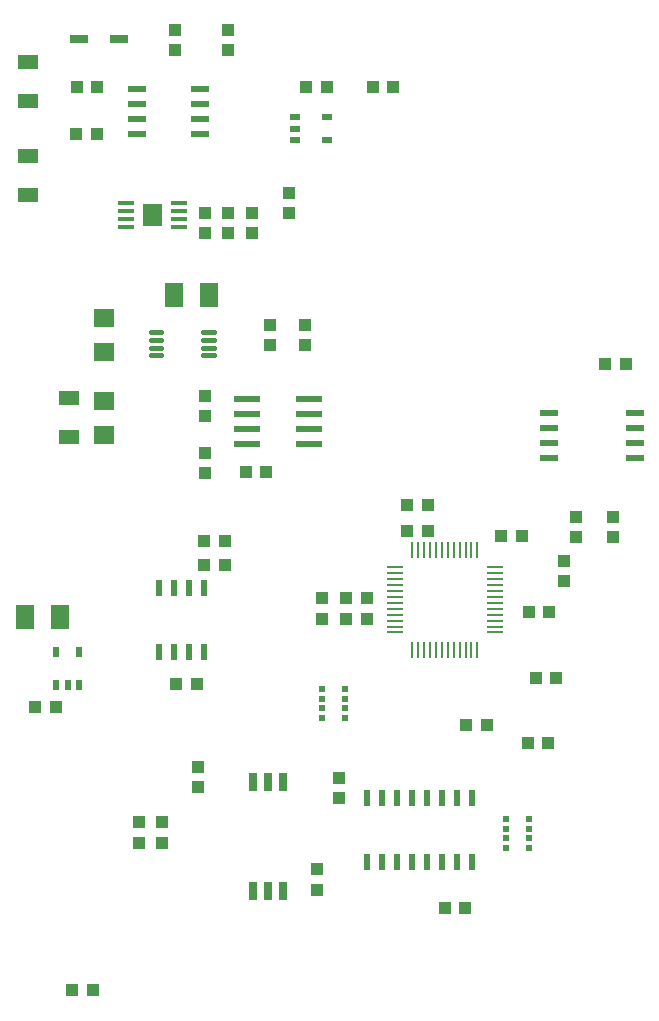
<source format=gbr>
G04 EAGLE Gerber X2 export*
%TF.Part,Single*%
%TF.FileFunction,Paste,Top*%
%TF.FilePolarity,Positive*%
%TF.GenerationSoftware,Autodesk,EAGLE,9.3.1*%
%TF.CreationDate,2020-03-19T14:02:17Z*%
G75*
%MOMM*%
%FSLAX36Y36*%
%LPD*%
%INSolderpaste Top*%
%AMOC8*
5,1,8,0,0,1.08239X$1,22.5*%
G01*
%ADD10R,1.050000X1.080000*%
%ADD11R,1.080000X1.050000*%
%ADD12R,1.500000X2.000000*%
%ADD13R,1.538200X0.568000*%
%ADD14R,1.600000X0.800000*%
%ADD15R,2.200000X0.600000*%
%ADD16R,0.650000X1.650000*%
%ADD17R,1.100000X1.000000*%
%ADD18R,1.000000X1.100000*%
%ADD19R,0.608600X0.469600*%
%ADD20R,1.462000X0.239400*%
%ADD21R,0.239400X1.462000*%
%ADD22R,0.468000X0.972300*%
%ADD23R,0.568000X1.454900*%
%ADD24C,0.450000*%
%ADD25R,1.327900X0.441000*%
%ADD26R,1.512800X0.542600*%
%ADD27R,0.972300X0.468000*%
%ADD28R,1.800000X1.200000*%
%ADD29R,1.803000X1.600000*%

G36*
X14365169Y70222372D02*
X14365169Y70222372D01*
X14365344Y70222303D01*
X14369722Y70224294D01*
X14374100Y70226144D01*
X14374169Y70226316D01*
X14374338Y70226394D01*
X14377700Y70235000D01*
X14377700Y72125000D01*
X14377628Y72125169D01*
X14377697Y72125344D01*
X14375706Y72129722D01*
X14373856Y72134100D01*
X14373684Y72134169D01*
X14373606Y72134338D01*
X14365000Y72137700D01*
X12795000Y72137700D01*
X12794831Y72137628D01*
X12794656Y72137697D01*
X12790278Y72135706D01*
X12785900Y72133856D01*
X12785831Y72133684D01*
X12785663Y72133606D01*
X12782300Y72125000D01*
X12782300Y70235000D01*
X12782372Y70234831D01*
X12782303Y70234656D01*
X12784294Y70230278D01*
X12786144Y70225900D01*
X12786316Y70225831D01*
X12786394Y70225663D01*
X12795000Y70222300D01*
X14365000Y70222300D01*
X14365169Y70222372D01*
G37*
D10*
X35115000Y44460000D03*
X36865000Y44460000D03*
D11*
X27940000Y38721000D03*
X27940000Y36971000D03*
X29960000Y38719000D03*
X29960000Y36969000D03*
X31750000Y38721000D03*
X31750000Y36971000D03*
D10*
X21455000Y49460000D03*
X23205000Y49460000D03*
D12*
X18380000Y64400000D03*
X15380000Y64400000D03*
D10*
X53625000Y58540000D03*
X51875000Y58540000D03*
D11*
X27540000Y14033000D03*
X27540000Y15783000D03*
X29333000Y23539000D03*
X29333000Y21789000D03*
D12*
X5745000Y37107000D03*
X2745000Y37107000D03*
D10*
X17944000Y43580000D03*
X19694000Y43580000D03*
X17955000Y41540000D03*
X19705000Y41540000D03*
X15555000Y31460000D03*
X17305000Y31460000D03*
X8525000Y5540000D03*
X6775000Y5540000D03*
D11*
X12463000Y19785000D03*
X12463000Y18035000D03*
X14361000Y19788000D03*
X14361000Y18038000D03*
D10*
X35125000Y46627000D03*
X36875000Y46627000D03*
D13*
X12260300Y81885000D03*
X12260300Y80615000D03*
X12260300Y79345000D03*
X12260300Y78075000D03*
X17619700Y78075000D03*
X17619700Y79345000D03*
X17619700Y80615000D03*
X17619700Y81885000D03*
D14*
X7351000Y86094000D03*
X10751000Y86094000D03*
D15*
X26790000Y53095000D03*
X21590000Y53095000D03*
X26790000Y51825000D03*
X26790000Y54365000D03*
X26790000Y55635000D03*
X21590000Y51825000D03*
X21590000Y54365000D03*
X21590000Y55635000D03*
D16*
X24639000Y23217000D03*
X23369000Y23217000D03*
X22099000Y23217000D03*
X22099000Y13917000D03*
X23369000Y13917000D03*
X24639000Y13917000D03*
D17*
X48450000Y41890000D03*
X48450000Y40190000D03*
X49403000Y45580000D03*
X49403000Y43880000D03*
X52597000Y43886000D03*
X52597000Y45586000D03*
D18*
X46046000Y31980000D03*
X47746000Y31980000D03*
X45480000Y37530000D03*
X47180000Y37530000D03*
X47100000Y26470000D03*
X45400000Y26470000D03*
X38320000Y12530000D03*
X40020000Y12530000D03*
D17*
X17470000Y22740000D03*
X17470000Y24440000D03*
D19*
X43527200Y20018200D03*
X43527200Y19205400D03*
X43527200Y18392600D03*
X43527200Y17579800D03*
X45418800Y17579800D03*
X45418800Y18392600D03*
X45418800Y19205400D03*
X45418800Y20018200D03*
X29855800Y28600800D03*
X29855800Y29413600D03*
X29855800Y30226400D03*
X29855800Y31039200D03*
X27964200Y31039200D03*
X27964200Y30226400D03*
X27964200Y29413600D03*
X27964200Y28600800D03*
D18*
X32235163Y82030000D03*
X33935163Y82030000D03*
D20*
X34113600Y41340000D03*
X34113600Y40840000D03*
X34113600Y40340000D03*
X34113600Y39840000D03*
X34113600Y39340000D03*
X34113600Y38840000D03*
X34113600Y38340000D03*
X34113600Y37840000D03*
X34113600Y37340000D03*
X34113600Y36840000D03*
X34113600Y36340000D03*
X34113600Y35840000D03*
D21*
X35580000Y34373600D03*
X36080000Y34373600D03*
X36580000Y34373600D03*
X37080000Y34373600D03*
X37580000Y34373600D03*
X38080000Y34373600D03*
X38580000Y34373600D03*
X39080000Y34373600D03*
X39580000Y34373600D03*
X40080000Y34373600D03*
X40580000Y34373600D03*
X41080000Y34373600D03*
D20*
X42546400Y35840000D03*
X42546400Y36340000D03*
X42546400Y36840000D03*
X42546400Y37340000D03*
X42546400Y37840000D03*
X42546400Y38340000D03*
X42546400Y38840000D03*
X42546400Y39340000D03*
X42546400Y39840000D03*
X42546400Y40340000D03*
X42546400Y40840000D03*
X42546400Y41340000D03*
D21*
X41080000Y42806400D03*
X40580000Y42806400D03*
X40080000Y42806400D03*
X39580000Y42806400D03*
X39080000Y42806400D03*
X38580000Y42806400D03*
X38080000Y42806400D03*
X37580000Y42806400D03*
X37080000Y42806400D03*
X36580000Y42806400D03*
X36080000Y42806400D03*
X35580000Y42806400D03*
D22*
X5440000Y31427550D03*
X6390000Y31427550D03*
X7340000Y31427550D03*
X7340000Y34152450D03*
X5440000Y34152450D03*
D23*
X14115000Y34148653D03*
X15385000Y34148653D03*
X16655000Y34148653D03*
X17925000Y34148653D03*
X17925000Y39591347D03*
X16655000Y39591347D03*
X15385000Y39591347D03*
X14115000Y39591347D03*
D24*
X14315000Y61245000D02*
X13415000Y61245000D01*
X13415000Y60594997D02*
X14315000Y60594997D01*
X14315000Y59945000D02*
X13415000Y59945000D01*
X13415000Y59294997D02*
X14315000Y59294997D01*
X17865003Y59294997D02*
X18765003Y59294997D01*
X18765003Y59945000D02*
X17865003Y59945000D01*
X17865003Y60594997D02*
X18765003Y60594997D01*
X18765003Y61245000D02*
X17865003Y61245000D01*
D25*
X11366653Y72155000D03*
X11366653Y71505000D03*
X11366653Y70855000D03*
X11366653Y70205000D03*
X15793347Y70205000D03*
X15793347Y70855000D03*
X15793347Y71505000D03*
X15793347Y72155000D03*
D26*
X47135100Y54455000D03*
X47135100Y53185000D03*
X47135100Y51915000D03*
X47135100Y50645000D03*
X54424900Y50645000D03*
X54424900Y51915000D03*
X54424900Y53185000D03*
X54424900Y54455000D03*
D23*
X31705000Y16398653D03*
X32975000Y16398653D03*
X34245000Y16398653D03*
X35515000Y16398653D03*
X36785000Y16398653D03*
X38055000Y16398653D03*
X39325000Y16398653D03*
X40595000Y16398653D03*
X40595000Y21841347D03*
X39325000Y21841347D03*
X38055000Y21841347D03*
X36785000Y21841347D03*
X35515000Y21841347D03*
X34245000Y21841347D03*
X32975000Y21841347D03*
X31705000Y21841347D03*
D10*
X26565000Y81991000D03*
X28315000Y81991000D03*
D27*
X25637550Y79450000D03*
X25637550Y78500000D03*
X25637550Y77550000D03*
X28362450Y77550000D03*
X28362450Y79450000D03*
D17*
X25120000Y73040000D03*
X25120000Y71340000D03*
D11*
X18000000Y71375000D03*
X18000000Y69625000D03*
X20000000Y71375000D03*
X20000000Y69625000D03*
X22000000Y71375000D03*
X22000000Y69625000D03*
D10*
X8875000Y78000000D03*
X7125000Y78000000D03*
D28*
X6500000Y55650000D03*
X6500000Y52350000D03*
X3000000Y84150000D03*
X3000000Y80850000D03*
X3000000Y72850000D03*
X3000000Y76150000D03*
D10*
X40125000Y28000000D03*
X41875000Y28000000D03*
X43125000Y44000000D03*
X44875000Y44000000D03*
D17*
X18027550Y50999206D03*
X18027550Y49299206D03*
X18000000Y55850000D03*
X18000000Y54150000D03*
X23500000Y61850000D03*
X23500000Y60150000D03*
X26500000Y60150000D03*
X26500000Y61850000D03*
D18*
X7150000Y82000000D03*
X8850000Y82000000D03*
D17*
X15443444Y86880328D03*
X15443444Y85180328D03*
X20000000Y86850000D03*
X20000000Y85150000D03*
D10*
X5375000Y29500000D03*
X3625000Y29500000D03*
D29*
X9500000Y62422000D03*
X9500000Y59578000D03*
X9500000Y55422000D03*
X9500000Y52578000D03*
M02*

</source>
